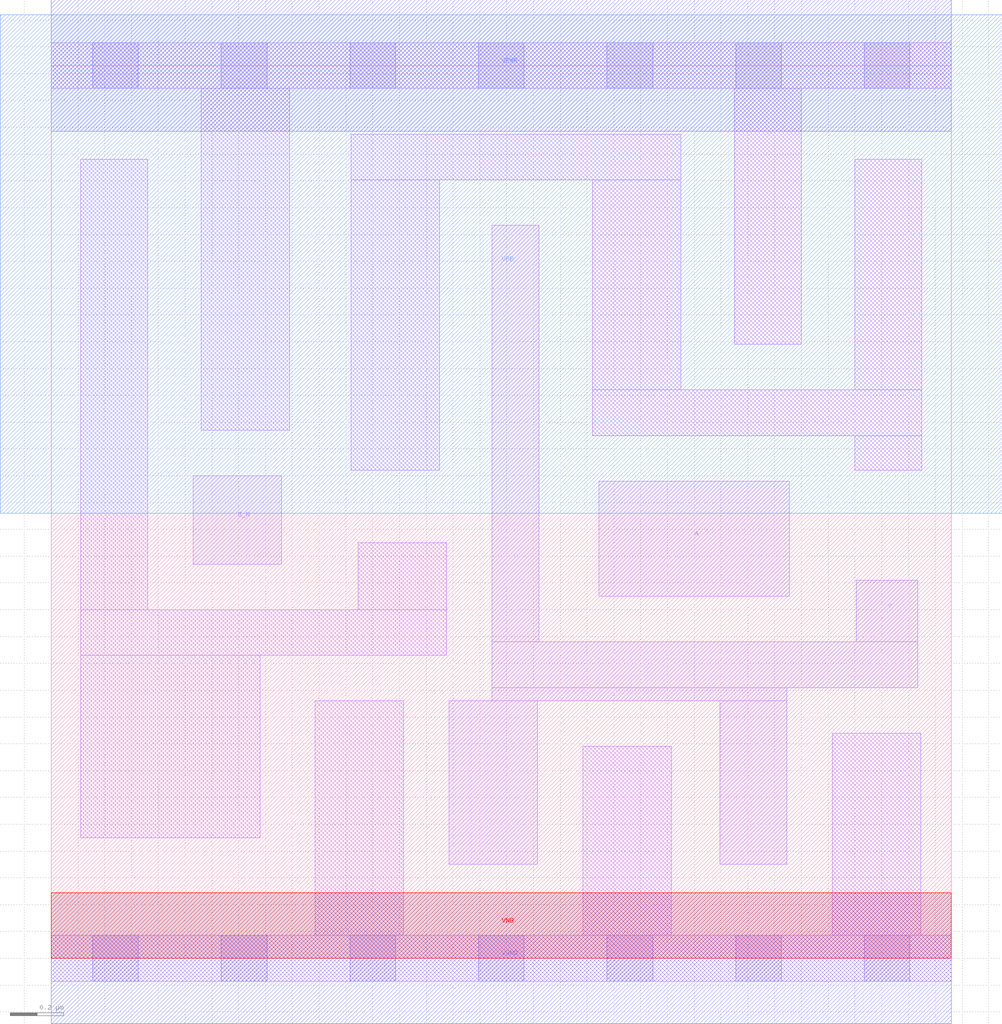
<source format=lef>
# Copyright 2020 The SkyWater PDK Authors
#
# Licensed under the Apache License, Version 2.0 (the "License");
# you may not use this file except in compliance with the License.
# You may obtain a copy of the License at
#
#     https://www.apache.org/licenses/LICENSE-2.0
#
# Unless required by applicable law or agreed to in writing, software
# distributed under the License is distributed on an "AS IS" BASIS,
# WITHOUT WARRANTIES OR CONDITIONS OF ANY KIND, either express or implied.
# See the License for the specific language governing permissions and
# limitations under the License.
#
# SPDX-License-Identifier: Apache-2.0

VERSION 5.7 ;
  NOWIREEXTENSIONATPIN ON ;
  DIVIDERCHAR "/" ;
  BUSBITCHARS "[]" ;
MACRO sky130_fd_sc_ms__nor2b_2
  CLASS CORE ;
  FOREIGN sky130_fd_sc_ms__nor2b_2 ;
  ORIGIN  0.000000  0.000000 ;
  SIZE  3.360000 BY  3.330000 ;
  SYMMETRY X Y ;
  SITE unit ;
  PIN A
    ANTENNAGATEAREA  0.625200 ;
    DIRECTION INPUT ;
    USE SIGNAL ;
    PORT
      LAYER li1 ;
        RECT 2.045000 1.350000 2.755000 1.780000 ;
    END
  END A
  PIN B_N
    ANTENNAGATEAREA  0.276000 ;
    DIRECTION INPUT ;
    USE SIGNAL ;
    PORT
      LAYER li1 ;
        RECT 0.530000 1.470000 0.860000 1.800000 ;
    END
  END B_N
  PIN Y
    ANTENNADIFFAREA  0.790800 ;
    DIRECTION OUTPUT ;
    USE SIGNAL ;
    PORT
      LAYER li1 ;
        RECT 1.485000 0.350000 1.815000 0.960000 ;
        RECT 1.645000 0.960000 2.745000 1.010000 ;
        RECT 1.645000 1.010000 3.235000 1.180000 ;
        RECT 1.645000 1.180000 1.820000 2.735000 ;
        RECT 2.495000 0.350000 2.745000 0.960000 ;
        RECT 3.005000 1.180000 3.235000 1.410000 ;
    END
  END Y
  PIN VGND
    DIRECTION INOUT ;
    USE GROUND ;
    PORT
      LAYER met1 ;
        RECT 0.000000 -0.245000 3.360000 0.245000 ;
    END
  END VGND
  PIN VNB
    DIRECTION INOUT ;
    USE GROUND ;
    PORT
      LAYER pwell ;
        RECT 0.000000 0.000000 3.360000 0.245000 ;
    END
  END VNB
  PIN VPB
    DIRECTION INOUT ;
    USE POWER ;
    PORT
      LAYER nwell ;
        RECT -0.190000 1.660000 3.550000 3.520000 ;
    END
  END VPB
  PIN VPWR
    DIRECTION INOUT ;
    USE POWER ;
    PORT
      LAYER met1 ;
        RECT 0.000000 3.085000 3.360000 3.575000 ;
    END
  END VPWR
  OBS
    LAYER li1 ;
      RECT 0.000000 -0.085000 3.360000 0.085000 ;
      RECT 0.000000  3.245000 3.360000 3.415000 ;
      RECT 0.110000  0.450000 0.780000 1.130000 ;
      RECT 0.110000  1.130000 1.475000 1.300000 ;
      RECT 0.110000  1.300000 0.360000 2.980000 ;
      RECT 0.560000  1.970000 0.890000 3.245000 ;
      RECT 0.985000  0.085000 1.315000 0.960000 ;
      RECT 1.120000  1.820000 1.450000 2.905000 ;
      RECT 1.120000  2.905000 2.350000 3.075000 ;
      RECT 1.145000  1.300000 1.475000 1.550000 ;
      RECT 1.985000  0.085000 2.315000 0.790000 ;
      RECT 2.020000  1.950000 3.250000 2.120000 ;
      RECT 2.020000  2.120000 2.350000 2.905000 ;
      RECT 2.550000  2.290000 2.800000 3.245000 ;
      RECT 2.915000  0.085000 3.245000 0.840000 ;
      RECT 3.000000  1.820000 3.250000 1.950000 ;
      RECT 3.000000  2.120000 3.250000 2.980000 ;
    LAYER mcon ;
      RECT 0.155000 -0.085000 0.325000 0.085000 ;
      RECT 0.155000  3.245000 0.325000 3.415000 ;
      RECT 0.635000 -0.085000 0.805000 0.085000 ;
      RECT 0.635000  3.245000 0.805000 3.415000 ;
      RECT 1.115000 -0.085000 1.285000 0.085000 ;
      RECT 1.115000  3.245000 1.285000 3.415000 ;
      RECT 1.595000 -0.085000 1.765000 0.085000 ;
      RECT 1.595000  3.245000 1.765000 3.415000 ;
      RECT 2.075000 -0.085000 2.245000 0.085000 ;
      RECT 2.075000  3.245000 2.245000 3.415000 ;
      RECT 2.555000 -0.085000 2.725000 0.085000 ;
      RECT 2.555000  3.245000 2.725000 3.415000 ;
      RECT 3.035000 -0.085000 3.205000 0.085000 ;
      RECT 3.035000  3.245000 3.205000 3.415000 ;
  END
END sky130_fd_sc_ms__nor2b_2
END LIBRARY

</source>
